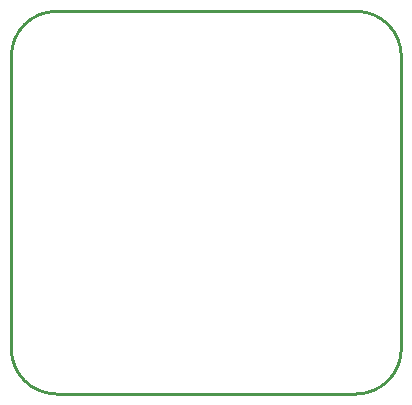
<source format=gko>
G04*
G04 #@! TF.GenerationSoftware,Altium Limited,Altium Designer,18.1.6 (161)*
G04*
G04 Layer_Color=16711935*
%FSLAX44Y44*%
%MOMM*%
G71*
G01*
G75*
%ADD10C,0.2540*%
D10*
X292100Y-19050D02*
G03*
X330200Y19050I0J38100D01*
G01*
X0D02*
G03*
X38100Y-19050I38100J0D01*
G01*
X330200Y266700D02*
G03*
X292100Y304800I-38100J0D01*
G01*
X38100D02*
G03*
X0Y266700I0J-38100D01*
G01*
X38100Y-19050D02*
X292100D01*
X330200Y19050D02*
Y266700D01*
X0Y19050D02*
Y50800D01*
Y266700D01*
X38100Y304800D02*
X292100D01*
M02*

</source>
